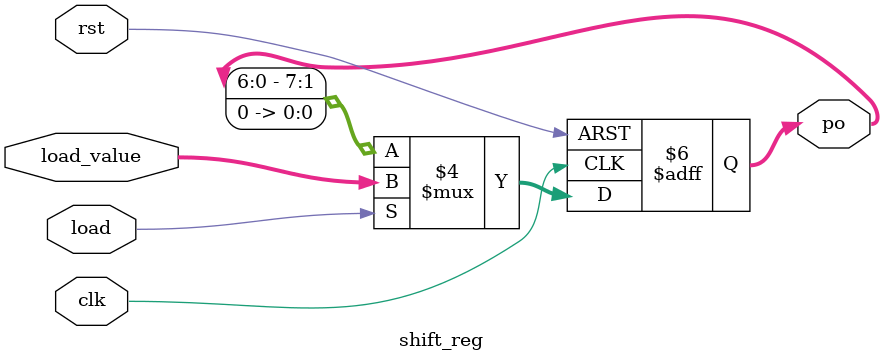
<source format=v>
module shift_reg(clk,rst,load,load_value,po);
parameter SHIFT_DIRECTION="LEFT";
parameter SHIFT_AMOUNT=1;
input clk,rst,load;
input [7:0] load_value;
output reg [7:0] po;

generate
	if(SHIFT_DIRECTION=="LEFT")begin
	
		always @(posedge clk or posedge rst) begin
			if (rst)
				po<='b0;
		
			else if (load) 
				po<= load_value;
			else
				po<= po << SHIFT_AMOUNT;
		end
		end
	else if(SHIFT_DIRECTION=="RIGHT") begin
		always @(posedge clk or posedge rst) begin
			if (rst)
				po<='b0;
		
			else if (load) 
				po<= load_value;
			else
				po<= po >> SHIFT_AMOUNT;
		end
	end
endgenerate
endmodule
</source>
